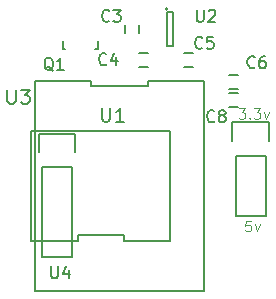
<source format=gbr>
G04 #@! TF.FileFunction,Legend,Top*
%FSLAX46Y46*%
G04 Gerber Fmt 4.6, Leading zero omitted, Abs format (unit mm)*
G04 Created by KiCad (PCBNEW 4.0.2+dfsg1-stable) date Sat 29 Oct 2016 09:34:00 PM EDT*
%MOMM*%
G01*
G04 APERTURE LIST*
%ADD10C,0.090000*%
%ADD11C,0.101600*%
%ADD12C,0.150000*%
G04 APERTURE END LIST*
D10*
D11*
X143383000Y-85111167D02*
X143933333Y-85111167D01*
X143637000Y-85449833D01*
X143764000Y-85449833D01*
X143848667Y-85492167D01*
X143891000Y-85534500D01*
X143933333Y-85619167D01*
X143933333Y-85830833D01*
X143891000Y-85915500D01*
X143848667Y-85957833D01*
X143764000Y-86000167D01*
X143510000Y-86000167D01*
X143425333Y-85957833D01*
X143383000Y-85915500D01*
X144314334Y-85915500D02*
X144356667Y-85957833D01*
X144314334Y-86000167D01*
X144272000Y-85957833D01*
X144314334Y-85915500D01*
X144314334Y-86000167D01*
X144653000Y-85111167D02*
X145203333Y-85111167D01*
X144907000Y-85449833D01*
X145034000Y-85449833D01*
X145118667Y-85492167D01*
X145161000Y-85534500D01*
X145203333Y-85619167D01*
X145203333Y-85830833D01*
X145161000Y-85915500D01*
X145118667Y-85957833D01*
X145034000Y-86000167D01*
X144780000Y-86000167D01*
X144695333Y-85957833D01*
X144653000Y-85915500D01*
X145499667Y-85407500D02*
X145711334Y-86000167D01*
X145923000Y-85407500D01*
X144399000Y-94636167D02*
X143975667Y-94636167D01*
X143933333Y-95059500D01*
X143975667Y-95017167D01*
X144060333Y-94974833D01*
X144272000Y-94974833D01*
X144356667Y-95017167D01*
X144399000Y-95059500D01*
X144441333Y-95144167D01*
X144441333Y-95355833D01*
X144399000Y-95440500D01*
X144356667Y-95482833D01*
X144272000Y-95525167D01*
X144060333Y-95525167D01*
X143975667Y-95482833D01*
X143933333Y-95440500D01*
X144737667Y-94932500D02*
X144949334Y-95525167D01*
X145161000Y-94932500D01*
D12*
X134966000Y-78070000D02*
X134966000Y-78770000D01*
X133766000Y-78770000D02*
X133766000Y-78070000D01*
X135666000Y-81626000D02*
X134966000Y-81626000D01*
X134966000Y-80426000D02*
X135666000Y-80426000D01*
X139476000Y-81626000D02*
X138776000Y-81626000D01*
X138776000Y-80426000D02*
X139476000Y-80426000D01*
X143286000Y-83531000D02*
X142586000Y-83531000D01*
X142586000Y-82331000D02*
X143286000Y-82331000D01*
X143291000Y-85055000D02*
X142591000Y-85055000D01*
X142591000Y-83855000D02*
X143291000Y-83855000D01*
X131486820Y-79428340D02*
X131486820Y-80129380D01*
X131486820Y-80129380D02*
X131237900Y-80129380D01*
X128687840Y-80129380D02*
X128487180Y-80129380D01*
X128487180Y-80129380D02*
X128487180Y-79428340D01*
X137384000Y-76720000D02*
G75*
G03X137384000Y-76720000I-100000J0D01*
G01*
X137834000Y-76970000D02*
X137334000Y-76970000D01*
X137834000Y-79870000D02*
X137834000Y-76970000D01*
X137334000Y-79870000D02*
X137834000Y-79870000D01*
X137334000Y-76970000D02*
X137334000Y-79870000D01*
X126100081Y-82788200D02*
X126100080Y-100599800D01*
X126100080Y-100599800D02*
X140472919Y-100599800D01*
X140472919Y-100599800D02*
X140472920Y-82788200D01*
X140472920Y-82788200D02*
X135681973Y-82788200D01*
X135681973Y-82788200D02*
X135681973Y-83238200D01*
X135681973Y-83238200D02*
X130891027Y-83238200D01*
X130891027Y-83238200D02*
X130891027Y-82788200D01*
X130891027Y-82788200D02*
X126100081Y-82788200D01*
X143129000Y-89154000D02*
X143129000Y-94234000D01*
X143129000Y-94234000D02*
X145669000Y-94234000D01*
X145669000Y-94234000D02*
X145669000Y-89154000D01*
X145949000Y-86334000D02*
X145949000Y-87884000D01*
X145669000Y-89154000D02*
X143129000Y-89154000D01*
X142849000Y-87884000D02*
X142849000Y-86334000D01*
X142849000Y-86334000D02*
X145949000Y-86334000D01*
X137586720Y-96342200D02*
X137586720Y-87045800D01*
X137586720Y-87045800D02*
X125811280Y-87045800D01*
X125811280Y-87045800D02*
X125811280Y-96342200D01*
X125811280Y-96342200D02*
X129736427Y-96342200D01*
X129736427Y-96342200D02*
X129736427Y-95892200D01*
X129736427Y-95892200D02*
X133661573Y-95892200D01*
X133661573Y-95892200D02*
X133661573Y-96342200D01*
X133661573Y-96342200D02*
X137586720Y-96342200D01*
X129273300Y-90119200D02*
X129273300Y-97739200D01*
X126733300Y-90119200D02*
X126733300Y-97739200D01*
X126453300Y-87299200D02*
X126453300Y-88849200D01*
X129273300Y-97739200D02*
X126733300Y-97739200D01*
X126733300Y-90119200D02*
X129273300Y-90119200D01*
X129553300Y-88849200D02*
X129553300Y-87299200D01*
X129553300Y-87299200D02*
X126453300Y-87299200D01*
X132421334Y-77700143D02*
X132373715Y-77747762D01*
X132230858Y-77795381D01*
X132135620Y-77795381D01*
X131992762Y-77747762D01*
X131897524Y-77652524D01*
X131849905Y-77557286D01*
X131802286Y-77366810D01*
X131802286Y-77223952D01*
X131849905Y-77033476D01*
X131897524Y-76938238D01*
X131992762Y-76843000D01*
X132135620Y-76795381D01*
X132230858Y-76795381D01*
X132373715Y-76843000D01*
X132421334Y-76890619D01*
X132754667Y-76795381D02*
X133373715Y-76795381D01*
X133040381Y-77176333D01*
X133183239Y-77176333D01*
X133278477Y-77223952D01*
X133326096Y-77271571D01*
X133373715Y-77366810D01*
X133373715Y-77604905D01*
X133326096Y-77700143D01*
X133278477Y-77747762D01*
X133183239Y-77795381D01*
X132897524Y-77795381D01*
X132802286Y-77747762D01*
X132754667Y-77700143D01*
X132167334Y-81383143D02*
X132119715Y-81430762D01*
X131976858Y-81478381D01*
X131881620Y-81478381D01*
X131738762Y-81430762D01*
X131643524Y-81335524D01*
X131595905Y-81240286D01*
X131548286Y-81049810D01*
X131548286Y-80906952D01*
X131595905Y-80716476D01*
X131643524Y-80621238D01*
X131738762Y-80526000D01*
X131881620Y-80478381D01*
X131976858Y-80478381D01*
X132119715Y-80526000D01*
X132167334Y-80573619D01*
X133024477Y-80811714D02*
X133024477Y-81478381D01*
X132786381Y-80430762D02*
X132548286Y-81145048D01*
X133167334Y-81145048D01*
X140295334Y-79986143D02*
X140247715Y-80033762D01*
X140104858Y-80081381D01*
X140009620Y-80081381D01*
X139866762Y-80033762D01*
X139771524Y-79938524D01*
X139723905Y-79843286D01*
X139676286Y-79652810D01*
X139676286Y-79509952D01*
X139723905Y-79319476D01*
X139771524Y-79224238D01*
X139866762Y-79129000D01*
X140009620Y-79081381D01*
X140104858Y-79081381D01*
X140247715Y-79129000D01*
X140295334Y-79176619D01*
X141200096Y-79081381D02*
X140723905Y-79081381D01*
X140676286Y-79557571D01*
X140723905Y-79509952D01*
X140819143Y-79462333D01*
X141057239Y-79462333D01*
X141152477Y-79509952D01*
X141200096Y-79557571D01*
X141247715Y-79652810D01*
X141247715Y-79890905D01*
X141200096Y-79986143D01*
X141152477Y-80033762D01*
X141057239Y-80081381D01*
X140819143Y-80081381D01*
X140723905Y-80033762D01*
X140676286Y-79986143D01*
X144740334Y-81637143D02*
X144692715Y-81684762D01*
X144549858Y-81732381D01*
X144454620Y-81732381D01*
X144311762Y-81684762D01*
X144216524Y-81589524D01*
X144168905Y-81494286D01*
X144121286Y-81303810D01*
X144121286Y-81160952D01*
X144168905Y-80970476D01*
X144216524Y-80875238D01*
X144311762Y-80780000D01*
X144454620Y-80732381D01*
X144549858Y-80732381D01*
X144692715Y-80780000D01*
X144740334Y-80827619D01*
X145597477Y-80732381D02*
X145407000Y-80732381D01*
X145311762Y-80780000D01*
X145264143Y-80827619D01*
X145168905Y-80970476D01*
X145121286Y-81160952D01*
X145121286Y-81541905D01*
X145168905Y-81637143D01*
X145216524Y-81684762D01*
X145311762Y-81732381D01*
X145502239Y-81732381D01*
X145597477Y-81684762D01*
X145645096Y-81637143D01*
X145692715Y-81541905D01*
X145692715Y-81303810D01*
X145645096Y-81208571D01*
X145597477Y-81160952D01*
X145502239Y-81113333D01*
X145311762Y-81113333D01*
X145216524Y-81160952D01*
X145168905Y-81208571D01*
X145121286Y-81303810D01*
X141311334Y-86209143D02*
X141263715Y-86256762D01*
X141120858Y-86304381D01*
X141025620Y-86304381D01*
X140882762Y-86256762D01*
X140787524Y-86161524D01*
X140739905Y-86066286D01*
X140692286Y-85875810D01*
X140692286Y-85732952D01*
X140739905Y-85542476D01*
X140787524Y-85447238D01*
X140882762Y-85352000D01*
X141025620Y-85304381D01*
X141120858Y-85304381D01*
X141263715Y-85352000D01*
X141311334Y-85399619D01*
X141882762Y-85732952D02*
X141787524Y-85685333D01*
X141739905Y-85637714D01*
X141692286Y-85542476D01*
X141692286Y-85494857D01*
X141739905Y-85399619D01*
X141787524Y-85352000D01*
X141882762Y-85304381D01*
X142073239Y-85304381D01*
X142168477Y-85352000D01*
X142216096Y-85399619D01*
X142263715Y-85494857D01*
X142263715Y-85542476D01*
X142216096Y-85637714D01*
X142168477Y-85685333D01*
X142073239Y-85732952D01*
X141882762Y-85732952D01*
X141787524Y-85780571D01*
X141739905Y-85828190D01*
X141692286Y-85923429D01*
X141692286Y-86113905D01*
X141739905Y-86209143D01*
X141787524Y-86256762D01*
X141882762Y-86304381D01*
X142073239Y-86304381D01*
X142168477Y-86256762D01*
X142216096Y-86209143D01*
X142263715Y-86113905D01*
X142263715Y-85923429D01*
X142216096Y-85828190D01*
X142168477Y-85780571D01*
X142073239Y-85732952D01*
X127666762Y-81954619D02*
X127571524Y-81907000D01*
X127476286Y-81811762D01*
X127333429Y-81668905D01*
X127238190Y-81621286D01*
X127142952Y-81621286D01*
X127190571Y-81859381D02*
X127095333Y-81811762D01*
X127000095Y-81716524D01*
X126952476Y-81526048D01*
X126952476Y-81192714D01*
X127000095Y-81002238D01*
X127095333Y-80907000D01*
X127190571Y-80859381D01*
X127381048Y-80859381D01*
X127476286Y-80907000D01*
X127571524Y-81002238D01*
X127619143Y-81192714D01*
X127619143Y-81526048D01*
X127571524Y-81716524D01*
X127476286Y-81811762D01*
X127381048Y-81859381D01*
X127190571Y-81859381D01*
X128571524Y-81859381D02*
X128000095Y-81859381D01*
X128285809Y-81859381D02*
X128285809Y-80859381D01*
X128190571Y-81002238D01*
X128095333Y-81097476D01*
X128000095Y-81145095D01*
X139827095Y-76795381D02*
X139827095Y-77604905D01*
X139874714Y-77700143D01*
X139922333Y-77747762D01*
X140017571Y-77795381D01*
X140208048Y-77795381D01*
X140303286Y-77747762D01*
X140350905Y-77700143D01*
X140398524Y-77604905D01*
X140398524Y-76795381D01*
X140827095Y-76890619D02*
X140874714Y-76843000D01*
X140969952Y-76795381D01*
X141208048Y-76795381D01*
X141303286Y-76843000D01*
X141350905Y-76890619D01*
X141398524Y-76985857D01*
X141398524Y-77081095D01*
X141350905Y-77223952D01*
X140779476Y-77795381D01*
X141398524Y-77795381D01*
X123799714Y-83543857D02*
X123799714Y-84515286D01*
X123856857Y-84629571D01*
X123914000Y-84686714D01*
X124028286Y-84743857D01*
X124256857Y-84743857D01*
X124371143Y-84686714D01*
X124428286Y-84629571D01*
X124485429Y-84515286D01*
X124485429Y-83543857D01*
X124942572Y-83543857D02*
X125685429Y-83543857D01*
X125285429Y-84001000D01*
X125456857Y-84001000D01*
X125571143Y-84058143D01*
X125628286Y-84115286D01*
X125685429Y-84229571D01*
X125685429Y-84515286D01*
X125628286Y-84629571D01*
X125571143Y-84686714D01*
X125456857Y-84743857D01*
X125114000Y-84743857D01*
X124999714Y-84686714D01*
X124942572Y-84629571D01*
X131800714Y-85067857D02*
X131800714Y-86039286D01*
X131857857Y-86153571D01*
X131915000Y-86210714D01*
X132029286Y-86267857D01*
X132257857Y-86267857D01*
X132372143Y-86210714D01*
X132429286Y-86153571D01*
X132486429Y-86039286D01*
X132486429Y-85067857D01*
X133686429Y-86267857D02*
X133000714Y-86267857D01*
X133343572Y-86267857D02*
X133343572Y-85067857D01*
X133229286Y-85239286D01*
X133115000Y-85353571D01*
X133000714Y-85410714D01*
X127508095Y-98512381D02*
X127508095Y-99321905D01*
X127555714Y-99417143D01*
X127603333Y-99464762D01*
X127698571Y-99512381D01*
X127889048Y-99512381D01*
X127984286Y-99464762D01*
X128031905Y-99417143D01*
X128079524Y-99321905D01*
X128079524Y-98512381D01*
X128984286Y-98845714D02*
X128984286Y-99512381D01*
X128746190Y-98464762D02*
X128508095Y-99179048D01*
X129127143Y-99179048D01*
M02*

</source>
